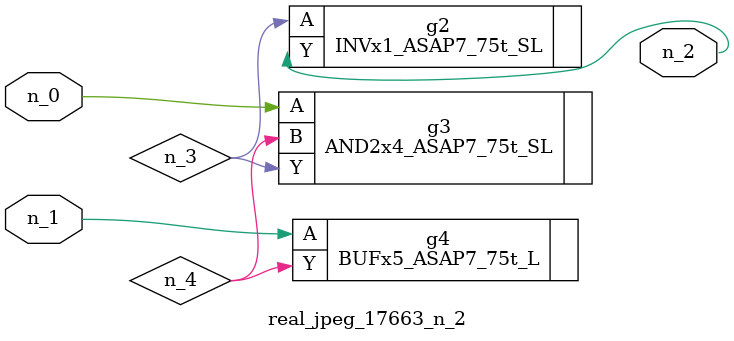
<source format=v>
module real_jpeg_17663_n_2 (n_1, n_0, n_2);

input n_1;
input n_0;

output n_2;

wire n_4;
wire n_3;

AND2x4_ASAP7_75t_SL g3 ( 
.A(n_0),
.B(n_4),
.Y(n_3)
);

BUFx5_ASAP7_75t_L g4 ( 
.A(n_1),
.Y(n_4)
);

INVx1_ASAP7_75t_SL g2 ( 
.A(n_3),
.Y(n_2)
);


endmodule
</source>
